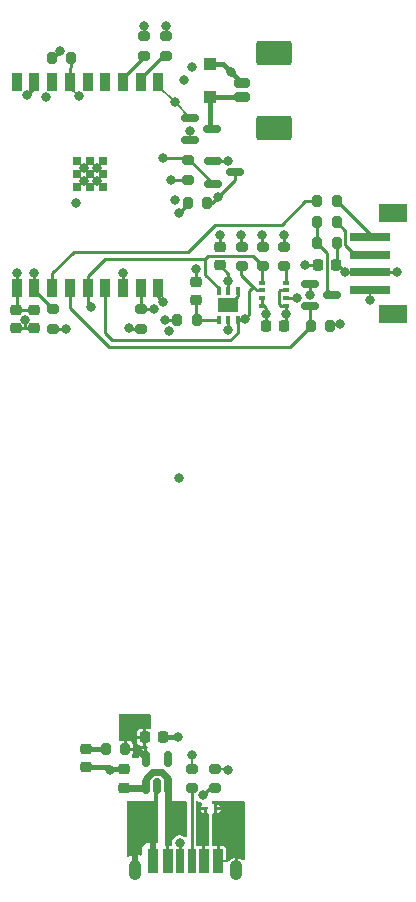
<source format=gtl>
G04 #@! TF.GenerationSoftware,KiCad,Pcbnew,8.0.7*
G04 #@! TF.CreationDate,2025-08-07T07:41:48-04:00*
G04 #@! TF.ProjectId,room_environment_monitor,726f6f6d-5f65-46e7-9669-726f6e6d656e,rev?*
G04 #@! TF.SameCoordinates,Original*
G04 #@! TF.FileFunction,Copper,L1,Top*
G04 #@! TF.FilePolarity,Positive*
%FSLAX46Y46*%
G04 Gerber Fmt 4.6, Leading zero omitted, Abs format (unit mm)*
G04 Created by KiCad (PCBNEW 8.0.7) date 2025-08-07 07:41:48*
%MOMM*%
%LPD*%
G01*
G04 APERTURE LIST*
G04 Aperture macros list*
%AMRoundRect*
0 Rectangle with rounded corners*
0 $1 Rounding radius*
0 $2 $3 $4 $5 $6 $7 $8 $9 X,Y pos of 4 corners*
0 Add a 4 corners polygon primitive as box body*
4,1,4,$2,$3,$4,$5,$6,$7,$8,$9,$2,$3,0*
0 Add four circle primitives for the rounded corners*
1,1,$1+$1,$2,$3*
1,1,$1+$1,$4,$5*
1,1,$1+$1,$6,$7*
1,1,$1+$1,$8,$9*
0 Add four rect primitives between the rounded corners*
20,1,$1+$1,$2,$3,$4,$5,0*
20,1,$1+$1,$4,$5,$6,$7,0*
20,1,$1+$1,$6,$7,$8,$9,0*
20,1,$1+$1,$8,$9,$2,$3,0*%
G04 Aperture macros list end*
G04 #@! TA.AperFunction,SMDPad,CuDef*
%ADD10RoundRect,0.200000X0.275000X-0.200000X0.275000X0.200000X-0.275000X0.200000X-0.275000X-0.200000X0*%
G04 #@! TD*
G04 #@! TA.AperFunction,SMDPad,CuDef*
%ADD11RoundRect,0.200000X0.200000X0.275000X-0.200000X0.275000X-0.200000X-0.275000X0.200000X-0.275000X0*%
G04 #@! TD*
G04 #@! TA.AperFunction,SMDPad,CuDef*
%ADD12RoundRect,0.225000X0.225000X0.250000X-0.225000X0.250000X-0.225000X-0.250000X0.225000X-0.250000X0*%
G04 #@! TD*
G04 #@! TA.AperFunction,SMDPad,CuDef*
%ADD13RoundRect,0.200000X0.450000X-0.200000X0.450000X0.200000X-0.450000X0.200000X-0.450000X-0.200000X0*%
G04 #@! TD*
G04 #@! TA.AperFunction,SMDPad,CuDef*
%ADD14RoundRect,0.250001X1.249999X-0.799999X1.249999X0.799999X-1.249999X0.799999X-1.249999X-0.799999X0*%
G04 #@! TD*
G04 #@! TA.AperFunction,SMDPad,CuDef*
%ADD15R,0.900000X1.500000*%
G04 #@! TD*
G04 #@! TA.AperFunction,SMDPad,CuDef*
%ADD16R,0.700000X0.700000*%
G04 #@! TD*
G04 #@! TA.AperFunction,SMDPad,CuDef*
%ADD17RoundRect,0.200000X-0.200000X-0.275000X0.200000X-0.275000X0.200000X0.275000X-0.200000X0.275000X0*%
G04 #@! TD*
G04 #@! TA.AperFunction,SMDPad,CuDef*
%ADD18RoundRect,0.150000X0.150000X-0.512500X0.150000X0.512500X-0.150000X0.512500X-0.150000X-0.512500X0*%
G04 #@! TD*
G04 #@! TA.AperFunction,SMDPad,CuDef*
%ADD19RoundRect,0.250000X-0.300000X0.300000X-0.300000X-0.300000X0.300000X-0.300000X0.300000X0.300000X0*%
G04 #@! TD*
G04 #@! TA.AperFunction,SMDPad,CuDef*
%ADD20RoundRect,0.150000X-0.587500X-0.150000X0.587500X-0.150000X0.587500X0.150000X-0.587500X0.150000X0*%
G04 #@! TD*
G04 #@! TA.AperFunction,SMDPad,CuDef*
%ADD21RoundRect,0.225000X0.250000X-0.225000X0.250000X0.225000X-0.250000X0.225000X-0.250000X-0.225000X0*%
G04 #@! TD*
G04 #@! TA.AperFunction,SMDPad,CuDef*
%ADD22RoundRect,0.225000X-0.225000X-0.250000X0.225000X-0.250000X0.225000X0.250000X-0.225000X0.250000X0*%
G04 #@! TD*
G04 #@! TA.AperFunction,SMDPad,CuDef*
%ADD23RoundRect,0.218750X0.256250X-0.218750X0.256250X0.218750X-0.256250X0.218750X-0.256250X-0.218750X0*%
G04 #@! TD*
G04 #@! TA.AperFunction,SMDPad,CuDef*
%ADD24RoundRect,0.200000X-0.275000X0.200000X-0.275000X-0.200000X0.275000X-0.200000X0.275000X0.200000X0*%
G04 #@! TD*
G04 #@! TA.AperFunction,SMDPad,CuDef*
%ADD25R,0.500000X0.350000*%
G04 #@! TD*
G04 #@! TA.AperFunction,SMDPad,CuDef*
%ADD26RoundRect,0.225000X-0.250000X0.225000X-0.250000X-0.225000X0.250000X-0.225000X0.250000X0.225000X0*%
G04 #@! TD*
G04 #@! TA.AperFunction,SMDPad,CuDef*
%ADD27RoundRect,0.062500X0.117500X0.062500X-0.117500X0.062500X-0.117500X-0.062500X0.117500X-0.062500X0*%
G04 #@! TD*
G04 #@! TA.AperFunction,SMDPad,CuDef*
%ADD28R,3.352800X0.711200*%
G04 #@! TD*
G04 #@! TA.AperFunction,SMDPad,CuDef*
%ADD29R,2.387600X1.600200*%
G04 #@! TD*
G04 #@! TA.AperFunction,SMDPad,CuDef*
%ADD30R,0.355600X0.762000*%
G04 #@! TD*
G04 #@! TA.AperFunction,SMDPad,CuDef*
%ADD31R,1.701800X1.244600*%
G04 #@! TD*
G04 #@! TA.AperFunction,SMDPad,CuDef*
%ADD32R,0.711200X2.006600*%
G04 #@! TD*
G04 #@! TA.AperFunction,SMDPad,CuDef*
%ADD33R,0.812800X2.006600*%
G04 #@! TD*
G04 #@! TA.AperFunction,SMDPad,CuDef*
%ADD34R,0.889000X2.006600*%
G04 #@! TD*
G04 #@! TA.AperFunction,ComponentPad*
%ADD35O,1.066800X1.701800*%
G04 #@! TD*
G04 #@! TA.AperFunction,ViaPad*
%ADD36C,0.800000*%
G04 #@! TD*
G04 #@! TA.AperFunction,Conductor*
%ADD37C,0.250000*%
G04 #@! TD*
G04 #@! TA.AperFunction,Conductor*
%ADD38C,0.200000*%
G04 #@! TD*
G04 #@! TA.AperFunction,Conductor*
%ADD39C,0.400000*%
G04 #@! TD*
G04 #@! TA.AperFunction,Conductor*
%ADD40C,0.600000*%
G04 #@! TD*
G04 APERTURE END LIST*
D10*
X98800000Y-97025000D03*
X98800000Y-95375000D03*
D11*
X122225000Y-96800000D03*
X120575000Y-96800000D03*
D10*
X114750000Y-91725000D03*
X114750000Y-90075000D03*
D12*
X122750000Y-91600000D03*
X121200000Y-91600000D03*
D13*
X114750000Y-77450000D03*
X114750000Y-76200000D03*
D14*
X117500000Y-80000000D03*
X117500000Y-73650000D03*
D11*
X122800000Y-89800000D03*
X121150000Y-89800000D03*
D15*
X95700000Y-93610000D03*
X97200000Y-93610000D03*
X98700000Y-93610000D03*
X100200000Y-93610000D03*
X101700000Y-93610000D03*
X103200000Y-93610000D03*
X104700000Y-93610000D03*
X106200000Y-93610000D03*
X107700000Y-93610000D03*
X107700000Y-76110000D03*
X106200000Y-76110000D03*
X104700000Y-76110000D03*
X103200000Y-76110000D03*
X101700000Y-76110000D03*
X100200000Y-76110000D03*
X98700000Y-76110000D03*
X97200000Y-76110000D03*
X95700000Y-76110000D03*
D16*
X100800000Y-85000000D03*
X101900000Y-85000000D03*
X103000000Y-85000000D03*
X100800000Y-83950000D03*
X101900000Y-83950000D03*
X103000000Y-83950000D03*
X100800000Y-82800000D03*
X101900000Y-82800000D03*
X103000000Y-82800000D03*
D17*
X110175000Y-86400000D03*
X111825000Y-86400000D03*
D18*
X106625000Y-135762500D03*
X107575000Y-135762500D03*
X108525000Y-135762500D03*
X108525000Y-133487500D03*
X106625000Y-133487500D03*
D19*
X112100000Y-74600000D03*
X112100000Y-77400000D03*
D11*
X122800000Y-88000000D03*
X121150000Y-88000000D03*
D20*
X112325000Y-82850000D03*
X112325000Y-84750000D03*
X114200000Y-83800000D03*
D10*
X112500000Y-135950000D03*
X112500000Y-134300000D03*
X108300000Y-73925000D03*
X108300000Y-72275000D03*
D21*
X112900000Y-91675000D03*
X112900000Y-90125000D03*
D11*
X122800000Y-86200000D03*
X121150000Y-86200000D03*
D22*
X106550000Y-131625000D03*
X108100000Y-131625000D03*
D17*
X109275001Y-96324600D03*
X110925001Y-96324600D03*
D10*
X110500000Y-135950000D03*
X110500000Y-134300000D03*
X106200000Y-97050000D03*
X106200000Y-95400000D03*
D23*
X101575000Y-134162500D03*
X101575000Y-132587500D03*
D10*
X110200000Y-84425000D03*
X110200000Y-82775000D03*
D21*
X104825000Y-135900000D03*
X104825000Y-134350000D03*
D24*
X118350000Y-90075000D03*
X118350000Y-91725000D03*
D20*
X120525000Y-93250000D03*
X120525000Y-95150000D03*
X122400000Y-94200000D03*
D25*
X116450000Y-95075000D03*
X116450000Y-94425000D03*
X116450000Y-93775000D03*
X116450000Y-93125000D03*
X118500000Y-93125000D03*
X118500000Y-93775000D03*
X118500000Y-94425000D03*
X118500000Y-95075000D03*
D26*
X95600000Y-95425000D03*
X95600000Y-96975000D03*
D10*
X116550000Y-91725000D03*
X116550000Y-90075000D03*
D11*
X104900000Y-132625000D03*
X103250000Y-132625000D03*
D12*
X118350000Y-96800000D03*
X116800000Y-96800000D03*
D26*
X97200000Y-95425000D03*
X97200000Y-96975000D03*
D27*
X111710000Y-137650000D03*
X112550000Y-137650000D03*
D28*
X125645800Y-89249999D03*
X125645800Y-90749999D03*
X125645800Y-92250001D03*
X125645800Y-93750001D03*
D29*
X127528448Y-87199998D03*
X127528448Y-95800002D03*
D20*
X110375000Y-79150000D03*
X110375000Y-81050000D03*
X112250000Y-80100000D03*
D10*
X106500000Y-73925000D03*
X106500000Y-72275000D03*
D17*
X98675000Y-74100000D03*
X100325000Y-74100000D03*
D30*
X112800000Y-96289200D03*
X113600001Y-96289200D03*
X114400002Y-96289200D03*
X114400002Y-93800000D03*
X113600001Y-93800000D03*
X112800000Y-93800000D03*
D31*
X113600001Y-95044600D03*
D32*
X110499999Y-142100000D03*
D33*
X108480000Y-142100000D03*
D34*
X107250000Y-142100000D03*
D32*
X109500001Y-142100000D03*
D33*
X111520000Y-142100000D03*
D34*
X112750000Y-142100000D03*
D35*
X114269999Y-142900001D03*
X105730001Y-142900001D03*
D21*
X110900001Y-94619600D03*
X110900001Y-93069600D03*
D36*
X99369469Y-73551109D03*
X98170702Y-77454739D03*
X96595787Y-77282838D03*
X97200000Y-92300000D03*
X102500000Y-84500000D03*
X103575000Y-134375000D03*
X109110000Y-86160000D03*
X108099998Y-94770000D03*
X109325000Y-131625000D03*
X110400000Y-80300000D03*
X102500000Y-83400000D03*
X110575000Y-133125000D03*
X125600000Y-94600000D03*
X106000000Y-137750000D03*
X101400000Y-84500000D03*
X112900000Y-89100000D03*
X106000000Y-139500000D03*
X119400000Y-94400000D03*
X113600001Y-95044600D03*
X114250000Y-137750000D03*
X110900000Y-92000000D03*
X108618823Y-97256944D03*
X113000000Y-138500000D03*
X116800000Y-95770000D03*
X109450000Y-109710000D03*
X101400000Y-83400000D03*
X100685000Y-86400000D03*
X113580000Y-134370000D03*
X120140000Y-91600000D03*
X114250000Y-139500000D03*
X107000000Y-138500000D03*
X113600000Y-97100000D03*
X96390865Y-96277647D03*
X107300000Y-95400000D03*
X120530000Y-94140000D03*
X95700000Y-92300000D03*
X118350000Y-89100000D03*
X105075000Y-130125000D03*
X113600000Y-82800000D03*
X113600000Y-93000000D03*
X116500000Y-89100000D03*
X105200000Y-97000000D03*
X110500000Y-74900000D03*
X118500000Y-95800000D03*
X108250000Y-96320000D03*
X123100000Y-96600000D03*
X105075000Y-131125000D03*
X114700000Y-89100000D03*
X106325000Y-130125000D03*
X108794052Y-84398863D03*
X99850000Y-97050000D03*
X123530000Y-92190000D03*
X109500000Y-139500000D03*
X111500000Y-138550000D03*
X127930000Y-92250000D03*
X109440000Y-87220000D03*
X113875000Y-75325000D03*
X109500000Y-137750000D03*
X111500000Y-140000000D03*
X108300000Y-71400000D03*
X104700000Y-92300000D03*
X108100000Y-82600000D03*
X106500000Y-71400000D03*
X109500000Y-140575000D03*
X111500000Y-136525000D03*
X109102500Y-77877500D03*
X102000000Y-95200000D03*
X115005000Y-96195000D03*
X100932000Y-77368800D03*
X109900000Y-76000000D03*
X112757500Y-85867500D03*
D37*
X98820578Y-74100000D02*
X99369469Y-73551109D01*
X97200000Y-76678625D02*
X96595787Y-77282838D01*
X100325000Y-74100000D02*
X100325000Y-74865000D01*
X100325000Y-74865000D02*
X100200000Y-74990000D01*
X100200000Y-74990000D02*
X100200000Y-76110000D01*
X97200000Y-93775000D02*
X98800000Y-95375000D01*
X97200000Y-92300000D02*
X97200000Y-93610000D01*
X110900001Y-93069600D02*
X110900001Y-92000001D01*
X96390000Y-96975000D02*
X97200000Y-96975000D01*
X113600001Y-97099999D02*
X113600000Y-97100000D01*
X118500000Y-94425000D02*
X119175000Y-94425000D01*
D38*
X125645800Y-94554200D02*
X125600000Y-94600000D01*
D37*
X107700000Y-94370002D02*
X108099998Y-94770000D01*
X121200000Y-91600000D02*
X120140000Y-91600000D01*
D39*
X103362500Y-134162500D02*
X103575000Y-134375000D01*
D37*
X116800000Y-95770000D02*
X116800000Y-96800000D01*
X95600000Y-96975000D02*
X96390000Y-96975000D01*
X114400002Y-94244599D02*
X113600001Y-95044600D01*
D39*
X104825000Y-134350000D02*
X103600000Y-134350000D01*
X103600000Y-134350000D02*
X103575000Y-134375000D01*
D37*
X112900000Y-90125000D02*
X112900000Y-89100000D01*
D38*
X113510000Y-134300000D02*
X113580000Y-134370000D01*
D37*
X116800000Y-95250000D02*
X116800000Y-95770000D01*
X107700000Y-93610000D02*
X107700000Y-94370002D01*
D38*
X125645800Y-93750001D02*
X125645800Y-94554200D01*
D37*
X96390000Y-96278512D02*
X96390865Y-96277647D01*
X119175000Y-94425000D02*
X119400000Y-94200000D01*
D38*
X110575000Y-134300000D02*
X110575000Y-133125000D01*
X110375000Y-80325000D02*
X110400000Y-80300000D01*
D37*
X116450000Y-94425000D02*
X116450000Y-95075000D01*
X96390000Y-96975000D02*
X96390000Y-96278512D01*
X114400002Y-93800000D02*
X114400002Y-94244599D01*
X116450000Y-95075000D02*
X116625000Y-95075000D01*
X110900001Y-92000001D02*
X110900000Y-92000000D01*
D38*
X112500000Y-134300000D02*
X113510000Y-134300000D01*
D37*
X116625000Y-95075000D02*
X116800000Y-95250000D01*
X113600001Y-96289200D02*
X113600001Y-97099999D01*
D39*
X101575000Y-134162500D02*
X103362500Y-134162500D01*
D38*
X110375000Y-81050000D02*
X110375000Y-80325000D01*
D39*
X108100000Y-131625000D02*
X109325000Y-131625000D01*
D37*
X106200000Y-95400000D02*
X107300000Y-95400000D01*
X106200000Y-95400000D02*
X106200000Y-93610000D01*
X116500000Y-90050000D02*
X116500000Y-89100000D01*
X99825000Y-97025000D02*
X99850000Y-97050000D01*
X113600000Y-93000000D02*
X113600000Y-92375000D01*
X118075000Y-95075000D02*
X118500000Y-95075000D01*
X108254600Y-96324600D02*
X108250000Y-96320000D01*
X112325000Y-82850000D02*
X113550000Y-82850000D01*
X113600001Y-93800000D02*
X113600001Y-93000001D01*
X109275001Y-96324600D02*
X108254600Y-96324600D01*
X113550000Y-82850000D02*
X113600000Y-82800000D01*
X118350000Y-90075000D02*
X118350000Y-89100000D01*
X118000000Y-93775000D02*
X117925000Y-93850000D01*
X118500000Y-95075000D02*
X118500000Y-95800000D01*
X105500000Y-97050000D02*
X106200000Y-97050000D01*
X98800000Y-97025000D02*
X99825000Y-97025000D01*
X118500000Y-93775000D02*
X118000000Y-93775000D01*
X118500000Y-95800000D02*
X118500000Y-96650000D01*
X95700000Y-93610000D02*
X95700000Y-95325000D01*
D40*
X106625000Y-133375000D02*
X105875000Y-132625000D01*
D37*
X108820189Y-84425000D02*
X108794052Y-84398863D01*
X110200000Y-84425000D02*
X108820189Y-84425000D01*
X114700000Y-90050000D02*
X114700000Y-89100000D01*
X113600000Y-92375000D02*
X112900000Y-91675000D01*
X117925000Y-93850000D02*
X117925000Y-94925000D01*
X95700000Y-93610000D02*
X95700000Y-92300000D01*
X122225000Y-96600000D02*
X123100000Y-96600000D01*
X117925000Y-94925000D02*
X118075000Y-95075000D01*
X113600001Y-93000001D02*
X113600000Y-93000000D01*
D38*
X106325000Y-130125000D02*
X106350000Y-130100000D01*
D37*
X97200000Y-95425000D02*
X95600000Y-95425000D01*
X120525000Y-93250000D02*
X120525000Y-94135000D01*
X120525000Y-94135000D02*
X120530000Y-94140000D01*
X112800000Y-96289200D02*
X110960401Y-96289200D01*
X110900001Y-94619600D02*
X110900001Y-96299600D01*
X110175000Y-86485000D02*
X109440000Y-87220000D01*
D40*
X108525000Y-135762500D02*
X108525000Y-140295002D01*
D37*
X123590001Y-92250001D02*
X125645800Y-92250001D01*
D40*
X107155760Y-134600000D02*
X107994239Y-134600000D01*
D39*
X113875000Y-75325000D02*
X114750000Y-76200000D01*
D37*
X122800000Y-89800000D02*
X122800000Y-91550000D01*
D40*
X107994239Y-134600000D02*
X108525000Y-135130761D01*
D37*
X123530000Y-92190000D02*
X123590001Y-92250001D01*
D40*
X106487500Y-135900000D02*
X106625000Y-135762500D01*
D39*
X112100000Y-74600000D02*
X113150000Y-74600000D01*
D37*
X127929999Y-92250001D02*
X127930000Y-92250000D01*
D39*
X113150000Y-74600000D02*
X113875000Y-75325000D01*
D37*
X122940000Y-91600000D02*
X123530000Y-92190000D01*
D40*
X106625000Y-135130761D02*
X107155760Y-134600000D01*
X104825000Y-135900000D02*
X106487500Y-135900000D01*
X106625000Y-135762500D02*
X106625000Y-135130761D01*
D37*
X125645800Y-92250001D02*
X127929999Y-92250001D01*
D40*
X108525000Y-135130761D02*
X108525000Y-135762500D01*
D39*
X112100000Y-77400000D02*
X112100000Y-79950000D01*
X112100000Y-77400000D02*
X114700000Y-77400000D01*
X112100000Y-79950000D02*
X112250000Y-80100000D01*
X101575000Y-132587500D02*
X103212500Y-132587500D01*
D37*
X108300000Y-72275000D02*
X108300000Y-71400000D01*
X104700000Y-93610000D02*
X104700000Y-92300000D01*
X108100000Y-82600000D02*
X110025000Y-82600000D01*
X112325000Y-84750000D02*
X110350000Y-82775000D01*
X106500000Y-72275000D02*
X106500000Y-71400000D01*
X112075000Y-135950000D02*
X111500000Y-136525000D01*
X112500000Y-135950000D02*
X112075000Y-135950000D01*
X109500000Y-140575000D02*
X109500000Y-142099999D01*
X112460000Y-88210000D02*
X118120000Y-88210000D01*
X100520000Y-90510000D02*
X110160000Y-90510000D01*
X98700000Y-93610000D02*
X98700000Y-92330000D01*
X118120000Y-88210000D02*
X120130000Y-86200000D01*
X110160000Y-90510000D02*
X112460000Y-88210000D01*
X98700000Y-92330000D02*
X100520000Y-90510000D01*
X120130000Y-86200000D02*
X121150000Y-86200000D01*
X121150000Y-89800000D02*
X121975000Y-90625000D01*
X121150000Y-88000000D02*
X121150000Y-89800000D01*
X121975000Y-90625000D02*
X121975000Y-93775000D01*
X121975000Y-93775000D02*
X122400000Y-94200000D01*
D38*
X109102500Y-77877500D02*
X110375000Y-79150000D01*
X107700000Y-76475000D02*
X109102500Y-77877500D01*
D37*
X100200000Y-95280000D02*
X103480000Y-98560000D01*
X120525000Y-94950000D02*
X120525000Y-96550000D01*
X103480000Y-98560000D02*
X118815000Y-98560000D01*
X100200000Y-93610000D02*
X100200000Y-95280000D01*
X118815000Y-98560000D02*
X120575000Y-96800000D01*
X104700000Y-75810000D02*
X106500000Y-74010000D01*
X106200000Y-75810000D02*
X108085000Y-73925000D01*
X110500000Y-135950000D02*
X110500000Y-142099999D01*
X111920000Y-90900000D02*
X115725000Y-90900000D01*
X101700000Y-92600000D02*
X103150000Y-91150000D01*
X101700000Y-93610000D02*
X101700000Y-92600000D01*
X103150000Y-91150000D02*
X111670000Y-91150000D01*
X101700000Y-93610000D02*
X101700000Y-94900000D01*
X111670000Y-91150000D02*
X111920000Y-90900000D01*
X116450000Y-93125000D02*
X116450000Y-91750000D01*
X112800000Y-93596800D02*
X111670000Y-92466800D01*
X115725000Y-90900000D02*
X116550000Y-91725000D01*
X111670000Y-92466800D02*
X111670000Y-91150000D01*
X101700000Y-94900000D02*
X102000000Y-95200000D01*
X103200000Y-97400000D02*
X103200000Y-93610000D01*
X114700000Y-91700000D02*
X114700000Y-92450000D01*
X115005000Y-96195000D02*
X115400000Y-95800000D01*
X114400002Y-97399998D02*
X114400002Y-96289200D01*
X115725000Y-93475000D02*
X116025000Y-93775000D01*
X103800000Y-98000000D02*
X113800000Y-98000000D01*
X115400000Y-95800000D02*
X115400000Y-93800000D01*
X114400002Y-96289200D02*
X114910800Y-96289200D01*
X114910800Y-96289200D02*
X115005000Y-96195000D01*
X115400000Y-93800000D02*
X115725000Y-93475000D01*
X103200000Y-97400000D02*
X103800000Y-98000000D01*
X113800000Y-98000000D02*
X114400002Y-97399998D01*
X114700000Y-92450000D02*
X115725000Y-93475000D01*
X116025000Y-93775000D02*
X116450000Y-93775000D01*
X122800000Y-86200000D02*
X125645800Y-89045800D01*
X122800000Y-88000000D02*
X123525000Y-88725000D01*
X123525000Y-89949999D02*
X124325000Y-90749999D01*
X123525000Y-88725000D02*
X123525000Y-89949999D01*
D38*
X100200000Y-76636800D02*
X100932000Y-77368800D01*
D37*
X118500000Y-93125000D02*
X118500000Y-91900000D01*
X114200000Y-84425000D02*
X114200000Y-83800000D01*
X111825000Y-86400000D02*
X112225000Y-86400000D01*
X112225000Y-86400000D02*
X112757500Y-85867500D01*
X112757500Y-85867500D02*
X114200000Y-84425000D01*
G04 #@! TA.AperFunction,Conductor*
G36*
X107700000Y-137055000D02*
G01*
X107700000Y-140472700D01*
X107680315Y-140539739D01*
X107627511Y-140585494D01*
X107576000Y-140596700D01*
X107500000Y-140596700D01*
X107500000Y-141976000D01*
X107480315Y-142043039D01*
X107427511Y-142088794D01*
X107376000Y-142100000D01*
X107124000Y-142100000D01*
X107056961Y-142080315D01*
X107011206Y-142027511D01*
X107000000Y-141976000D01*
X107000000Y-140596700D01*
X106757655Y-140596700D01*
X106698127Y-140603101D01*
X106698120Y-140603103D01*
X106563413Y-140653345D01*
X106563406Y-140653349D01*
X106448312Y-140739509D01*
X106448309Y-140739512D01*
X106362149Y-140854606D01*
X106362145Y-140854613D01*
X106311903Y-140989320D01*
X106311901Y-140989327D01*
X106305500Y-141048855D01*
X106305500Y-141516757D01*
X106285815Y-141583796D01*
X106233011Y-141629551D01*
X106163853Y-141639495D01*
X106134048Y-141631318D01*
X106031435Y-141588814D01*
X106031427Y-141588812D01*
X105980001Y-141578582D01*
X105980001Y-142500000D01*
X105965527Y-142500000D01*
X105963135Y-142494226D01*
X105885776Y-142416867D01*
X105784702Y-142375001D01*
X105675300Y-142375001D01*
X105574226Y-142416867D01*
X105496867Y-142494226D01*
X105494475Y-142500000D01*
X105480001Y-142500000D01*
X105480001Y-141578583D01*
X105480000Y-141578582D01*
X105428574Y-141588812D01*
X105428570Y-141588813D01*
X105240506Y-141666712D01*
X105240498Y-141666716D01*
X105192890Y-141698527D01*
X105126212Y-141719404D01*
X105058832Y-141700919D01*
X105012143Y-141648940D01*
X105000000Y-141595424D01*
X105000000Y-137124000D01*
X105019685Y-137056961D01*
X105072489Y-137011206D01*
X105124000Y-137000000D01*
X107300000Y-137000000D01*
X107300000Y-136999643D01*
X107319685Y-136932604D01*
X107325000Y-136926267D01*
X107325000Y-135886500D01*
X107344685Y-135819461D01*
X107397489Y-135773706D01*
X107449000Y-135762500D01*
X107700000Y-135762500D01*
X107700000Y-137055000D01*
G37*
G04 #@! TD.AperFunction*
G04 #@! TA.AperFunction,Conductor*
G36*
X107018039Y-129644685D02*
G01*
X107063794Y-129697489D01*
X107075000Y-129749000D01*
X107075000Y-130801335D01*
X107055315Y-130868374D01*
X107002511Y-130914129D01*
X106933353Y-130924073D01*
X106907667Y-130917517D01*
X106877011Y-130906083D01*
X106877012Y-130906083D01*
X106820428Y-130900000D01*
X106675000Y-130900000D01*
X106675000Y-132349999D01*
X106675639Y-132349999D01*
X106742678Y-132369684D01*
X106788433Y-132422488D01*
X106798377Y-132491646D01*
X106769352Y-132555202D01*
X106763320Y-132561680D01*
X106750000Y-132575000D01*
X106750000Y-133363500D01*
X106730315Y-133430539D01*
X106677511Y-133476294D01*
X106626000Y-133487500D01*
X106624000Y-133487500D01*
X106556961Y-133467815D01*
X106511206Y-133415011D01*
X106500000Y-133363500D01*
X106500000Y-132575000D01*
X106499998Y-132574999D01*
X106499361Y-132574999D01*
X106432322Y-132555314D01*
X106410332Y-132529937D01*
X106398798Y-132555198D01*
X106357211Y-132582779D01*
X106358548Y-132585403D01*
X106236958Y-132647356D01*
X106236949Y-132647363D01*
X106147363Y-132736949D01*
X106147360Y-132736953D01*
X106089833Y-132849855D01*
X106075000Y-132943514D01*
X106075000Y-133251000D01*
X106055315Y-133318039D01*
X106002511Y-133363794D01*
X105951000Y-133375000D01*
X105554350Y-133375000D01*
X105487311Y-133355315D01*
X105441556Y-133302511D01*
X105431612Y-133233353D01*
X105454580Y-133177366D01*
X105502346Y-133112645D01*
X105547149Y-132984604D01*
X105547149Y-132984600D01*
X105550000Y-132954206D01*
X105550000Y-132750000D01*
X105024000Y-132750000D01*
X104956961Y-132730315D01*
X104911206Y-132677511D01*
X104900000Y-132626000D01*
X104900000Y-132625000D01*
X104899000Y-132625000D01*
X104831961Y-132605315D01*
X104786206Y-132552511D01*
X104775000Y-132501000D01*
X104775000Y-132500000D01*
X105025000Y-132500000D01*
X105549999Y-132500000D01*
X105549999Y-132295803D01*
X105547148Y-132265393D01*
X105502346Y-132137354D01*
X105421792Y-132028207D01*
X105312645Y-131947653D01*
X105234870Y-131920439D01*
X105850001Y-131920439D01*
X105856081Y-131977007D01*
X105903813Y-132104981D01*
X105903815Y-132104984D01*
X105985670Y-132214329D01*
X106095015Y-132296184D01*
X106095016Y-132296185D01*
X106222991Y-132343917D01*
X106222994Y-132343918D01*
X106279555Y-132349999D01*
X106305078Y-132349999D01*
X106372118Y-132369681D01*
X106394110Y-132395059D01*
X106405648Y-132369796D01*
X106411681Y-132363317D01*
X106425000Y-132349998D01*
X106425000Y-131750000D01*
X105850001Y-131750000D01*
X105850001Y-131920439D01*
X105234870Y-131920439D01*
X105184602Y-131902850D01*
X105154207Y-131900000D01*
X105025000Y-131900000D01*
X105025000Y-132500000D01*
X104775000Y-132500000D01*
X104775000Y-131900000D01*
X104645804Y-131900000D01*
X104615393Y-131902851D01*
X104489954Y-131946744D01*
X104420175Y-131950305D01*
X104359548Y-131915576D01*
X104327321Y-131853582D01*
X104325000Y-131829702D01*
X104325000Y-131329571D01*
X105850000Y-131329571D01*
X105850000Y-131500000D01*
X106425000Y-131500000D01*
X106425000Y-130900000D01*
X106279566Y-130900000D01*
X106279559Y-130900001D01*
X106222992Y-130906081D01*
X106095018Y-130953813D01*
X106095015Y-130953815D01*
X105985670Y-131035670D01*
X105903815Y-131145015D01*
X105903814Y-131145016D01*
X105856083Y-131272989D01*
X105850000Y-131329571D01*
X104325000Y-131329571D01*
X104325000Y-129749000D01*
X104344685Y-129681961D01*
X104397489Y-129636206D01*
X104449000Y-129625000D01*
X106951000Y-129625000D01*
X107018039Y-129644685D01*
G37*
G04 #@! TD.AperFunction*
G04 #@! TA.AperFunction,Conductor*
G36*
X110067539Y-137019685D02*
G01*
X110113294Y-137072489D01*
X110124500Y-137124000D01*
X110124500Y-139983682D01*
X110104815Y-140050721D01*
X110052011Y-140096476D01*
X109982853Y-140106420D01*
X109919297Y-140077395D01*
X109918274Y-140076498D01*
X109872240Y-140035717D01*
X109872238Y-140035715D01*
X109732365Y-139962303D01*
X109578986Y-139924500D01*
X109578985Y-139924500D01*
X109421015Y-139924500D01*
X109421014Y-139924500D01*
X109267634Y-139962303D01*
X109127762Y-140035715D01*
X109009516Y-140140471D01*
X108919781Y-140270475D01*
X108919780Y-140270476D01*
X108863762Y-140418181D01*
X108844722Y-140574999D01*
X108844722Y-140575000D01*
X108860841Y-140707754D01*
X108849380Y-140776677D01*
X108802477Y-140828463D01*
X108737745Y-140846700D01*
X108605000Y-140846700D01*
X108605000Y-141976000D01*
X108585315Y-142043039D01*
X108532511Y-142088794D01*
X108481000Y-142100000D01*
X108479000Y-142100000D01*
X108411961Y-142080315D01*
X108366206Y-142027511D01*
X108355000Y-141976000D01*
X108355000Y-140846700D01*
X108347101Y-140838801D01*
X108306961Y-140827015D01*
X108261206Y-140774211D01*
X108250000Y-140722700D01*
X108250000Y-137124000D01*
X108269685Y-137056961D01*
X108322489Y-137011206D01*
X108374000Y-137000000D01*
X110000500Y-137000000D01*
X110067539Y-137019685D01*
G37*
G04 #@! TD.AperFunction*
G04 #@! TA.AperFunction,Conductor*
G36*
X111075211Y-137019685D02*
G01*
X111090395Y-137031181D01*
X111127760Y-137064283D01*
X111127762Y-137064284D01*
X111267634Y-137137696D01*
X111298826Y-137145383D01*
X111321098Y-137150873D01*
X111381479Y-137186028D01*
X111413269Y-137248247D01*
X111406374Y-137317775D01*
X111379107Y-137358950D01*
X111332566Y-137405491D01*
X111285991Y-137505370D01*
X111285990Y-137505375D01*
X111283406Y-137524998D01*
X111283408Y-137525000D01*
X111586000Y-137525000D01*
X111653039Y-137544685D01*
X111698794Y-137597489D01*
X111710000Y-137649000D01*
X111710000Y-137650000D01*
X111711000Y-137650000D01*
X111778039Y-137669685D01*
X111823794Y-137722489D01*
X111835000Y-137774000D01*
X111835000Y-138024999D01*
X111864119Y-138024999D01*
X111867885Y-138024752D01*
X111936069Y-138040007D01*
X111985181Y-138089703D01*
X112000000Y-138148486D01*
X112000000Y-140722700D01*
X111980315Y-140789739D01*
X111927511Y-140835494D01*
X111876000Y-140846700D01*
X111645000Y-140846700D01*
X111645000Y-141976000D01*
X111625315Y-142043039D01*
X111572511Y-142088794D01*
X111521000Y-142100000D01*
X111519000Y-142100000D01*
X111451961Y-142080315D01*
X111406206Y-142027511D01*
X111395000Y-141976000D01*
X111395000Y-140846700D01*
X111088971Y-140846700D01*
X111023691Y-140859685D01*
X110954099Y-140853458D01*
X110898922Y-140810594D01*
X110875678Y-140744705D01*
X110875500Y-140738068D01*
X110875500Y-137775001D01*
X111283406Y-137775001D01*
X111285990Y-137794624D01*
X111285991Y-137794629D01*
X111332566Y-137894508D01*
X111410491Y-137972433D01*
X111510373Y-138019009D01*
X111510372Y-138019009D01*
X111555868Y-138024998D01*
X111555884Y-138024999D01*
X111585000Y-138024998D01*
X111585000Y-137775000D01*
X111283408Y-137775000D01*
X111283406Y-137775001D01*
X110875500Y-137775001D01*
X110875500Y-137124000D01*
X110895185Y-137056961D01*
X110947989Y-137011206D01*
X110999500Y-137000000D01*
X111008172Y-137000000D01*
X111075211Y-137019685D01*
G37*
G04 #@! TD.AperFunction*
G04 #@! TA.AperFunction,Conductor*
G36*
X114943039Y-137019685D02*
G01*
X114988794Y-137072489D01*
X115000000Y-137124000D01*
X115000000Y-141905243D01*
X114980315Y-141972282D01*
X114927511Y-142018037D01*
X114858353Y-142027981D01*
X114794797Y-141998956D01*
X114788319Y-141992924D01*
X114769393Y-141973998D01*
X114769386Y-141973992D01*
X114641079Y-141888261D01*
X114498508Y-141829206D01*
X114498500Y-141829204D01*
X114394999Y-141808616D01*
X114394999Y-142331179D01*
X114319727Y-142300001D01*
X114220271Y-142300001D01*
X114144999Y-142331179D01*
X114144999Y-141808616D01*
X114041497Y-141829204D01*
X114041489Y-141829206D01*
X113898918Y-141888261D01*
X113898917Y-141888261D01*
X113770611Y-141973992D01*
X113770604Y-141973998D01*
X113657184Y-142087419D01*
X113655453Y-142085688D01*
X113630720Y-142102534D01*
X113622419Y-142140700D01*
X113616688Y-142150166D01*
X113601689Y-142172614D01*
X113548077Y-142217419D01*
X113495862Y-142223977D01*
X113495862Y-142225000D01*
X113487724Y-142225000D01*
X113478752Y-142226127D01*
X113476396Y-142225000D01*
X112874000Y-142225000D01*
X112806961Y-142205315D01*
X112761206Y-142152511D01*
X112750000Y-142101000D01*
X112750000Y-142100000D01*
X112749000Y-142100000D01*
X112681961Y-142080315D01*
X112636206Y-142027511D01*
X112625000Y-141976000D01*
X112625000Y-141975000D01*
X112875000Y-141975000D01*
X113444500Y-141975000D01*
X113444500Y-141072073D01*
X113444499Y-141072071D01*
X113429996Y-140999159D01*
X113429994Y-140999155D01*
X113374739Y-140916460D01*
X113292044Y-140861205D01*
X113292040Y-140861203D01*
X113219127Y-140846700D01*
X112875000Y-140846700D01*
X112875000Y-141975000D01*
X112625000Y-141975000D01*
X112625000Y-140846700D01*
X112374000Y-140846700D01*
X112306961Y-140827015D01*
X112261206Y-140774211D01*
X112250000Y-140722700D01*
X112250000Y-138147189D01*
X112269685Y-138080150D01*
X112322489Y-138034395D01*
X112390189Y-138024250D01*
X112395883Y-138024999D01*
X112675000Y-138024999D01*
X112704115Y-138024999D01*
X112749630Y-138019007D01*
X112849509Y-137972432D01*
X112927433Y-137894508D01*
X112974008Y-137794629D01*
X112974009Y-137794624D01*
X112976593Y-137775001D01*
X112976592Y-137775000D01*
X112675000Y-137775000D01*
X112675000Y-138024999D01*
X112395883Y-138024999D01*
X112425000Y-138024998D01*
X112425000Y-137525000D01*
X112675000Y-137525000D01*
X112976592Y-137525000D01*
X112976593Y-137524998D01*
X112974009Y-137505375D01*
X112974008Y-137505370D01*
X112927433Y-137405491D01*
X112849508Y-137327566D01*
X112749626Y-137280990D01*
X112749627Y-137280990D01*
X112704123Y-137275000D01*
X112675000Y-137275000D01*
X112675000Y-137525000D01*
X112425000Y-137525000D01*
X112425000Y-137274999D01*
X112395878Y-137275000D01*
X112395874Y-137275001D01*
X112390175Y-137275751D01*
X112321141Y-137264980D01*
X112268889Y-137218596D01*
X112250000Y-137152811D01*
X112250000Y-137124000D01*
X112269685Y-137056961D01*
X112322489Y-137011206D01*
X112374000Y-137000000D01*
X114876000Y-137000000D01*
X114943039Y-137019685D01*
G37*
G04 #@! TD.AperFunction*
M02*

</source>
